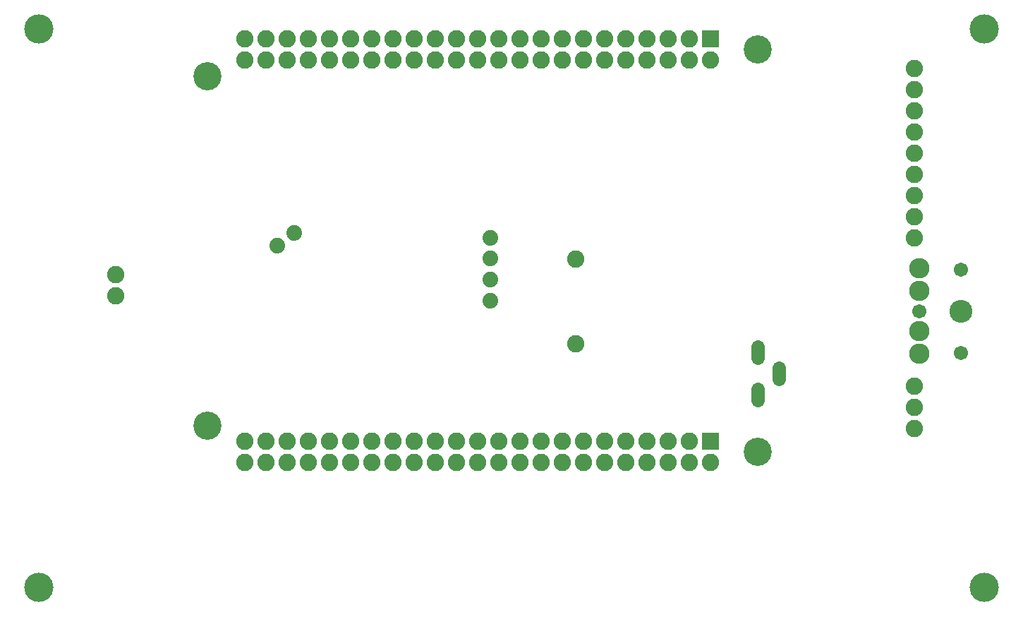
<source format=gbs>
G75*
%MOIN*%
%OFA0B0*%
%FSLAX24Y24*%
%IPPOS*%
%LPD*%
%AMOC8*
5,1,8,0,0,1.08239X$1,22.5*
%
%ADD10C,0.1380*%
%ADD11C,0.1330*%
%ADD12R,0.0820X0.0820*%
%ADD13C,0.0820*%
%ADD14C,0.0740*%
%ADD15C,0.0640*%
%ADD16C,0.1080*%
%ADD17C,0.0966*%
%ADD18C,0.0671*%
D10*
X001912Y003014D03*
X001912Y029392D03*
X046557Y029392D03*
X046557Y003014D03*
D11*
X035886Y009418D03*
X009886Y010668D03*
X009886Y027168D03*
X035886Y028418D03*
D12*
X033636Y028918D03*
X033636Y009918D03*
D13*
X032636Y009918D03*
X031636Y009918D03*
X030636Y009918D03*
X029636Y009918D03*
X028636Y009918D03*
X027636Y009918D03*
X026636Y009918D03*
X025636Y009918D03*
X024636Y009918D03*
X023636Y009918D03*
X022636Y009918D03*
X021636Y009918D03*
X020636Y009918D03*
X019636Y009918D03*
X018636Y009918D03*
X017636Y009918D03*
X016636Y009918D03*
X015636Y009918D03*
X014636Y009918D03*
X013636Y009918D03*
X012636Y009918D03*
X011636Y009918D03*
X011636Y008918D03*
X012636Y008918D03*
X013636Y008918D03*
X014636Y008918D03*
X015636Y008918D03*
X016636Y008918D03*
X017636Y008918D03*
X018636Y008918D03*
X019636Y008918D03*
X020636Y008918D03*
X021636Y008918D03*
X022636Y008918D03*
X023636Y008918D03*
X024636Y008918D03*
X025636Y008918D03*
X026636Y008918D03*
X027636Y008918D03*
X028636Y008918D03*
X029636Y008918D03*
X030636Y008918D03*
X031636Y008918D03*
X032636Y008918D03*
X033636Y008918D03*
X027284Y014534D03*
X027284Y018534D03*
X027636Y027918D03*
X026636Y027918D03*
X025636Y027918D03*
X024636Y027918D03*
X023636Y027918D03*
X022636Y027918D03*
X021636Y027918D03*
X020636Y027918D03*
X019636Y027918D03*
X018636Y027918D03*
X017636Y027918D03*
X016636Y027918D03*
X015636Y027918D03*
X014636Y027918D03*
X013636Y027918D03*
X012636Y027918D03*
X012636Y028918D03*
X013636Y028918D03*
X014636Y028918D03*
X015636Y028918D03*
X016636Y028918D03*
X017636Y028918D03*
X018636Y028918D03*
X019636Y028918D03*
X020636Y028918D03*
X021636Y028918D03*
X022636Y028918D03*
X023636Y028918D03*
X024636Y028918D03*
X025636Y028918D03*
X026636Y028918D03*
X027636Y028918D03*
X028636Y028918D03*
X029636Y028918D03*
X030636Y028918D03*
X031636Y028918D03*
X032636Y028918D03*
X032636Y027918D03*
X031636Y027918D03*
X030636Y027918D03*
X029636Y027918D03*
X028636Y027918D03*
X033636Y027918D03*
X043284Y027534D03*
X043284Y026534D03*
X043284Y025534D03*
X043284Y024534D03*
X043284Y023534D03*
X043284Y022534D03*
X043284Y021534D03*
X043284Y020534D03*
X043284Y019534D03*
X043284Y012534D03*
X043284Y011534D03*
X043284Y010534D03*
X011636Y027918D03*
X011636Y028918D03*
X005534Y017784D03*
X005534Y016784D03*
D14*
X013171Y019177D03*
X013975Y019768D03*
X023229Y019518D03*
X023229Y018565D03*
X023229Y017565D03*
X023229Y016549D03*
D15*
X035860Y014412D02*
X035860Y013852D01*
X036860Y013412D02*
X036860Y012852D01*
X035860Y012412D02*
X035860Y011852D01*
D16*
X045471Y016073D03*
D17*
X043502Y015128D03*
X043502Y014065D03*
X043502Y017018D03*
X043502Y018081D03*
D18*
X045471Y018042D03*
X043502Y016073D03*
X045471Y014105D03*
M02*

</source>
